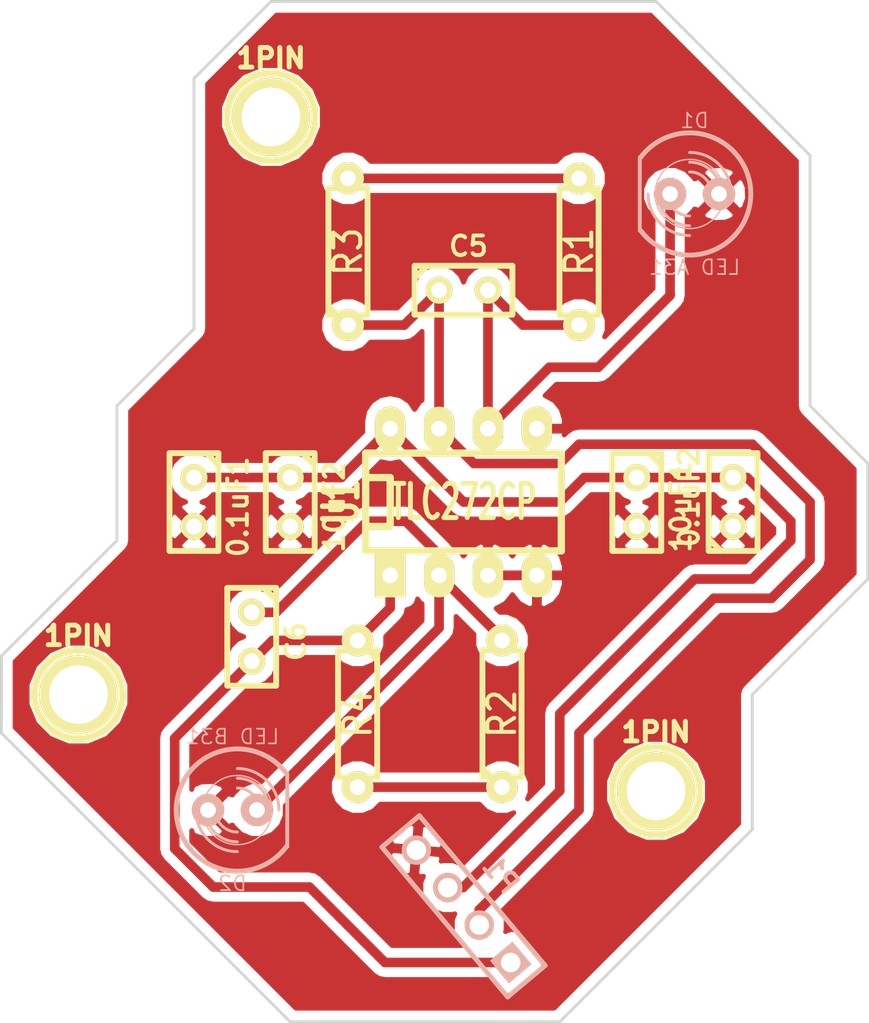
<source format=kicad_pcb>
(kicad_pcb (version 3) (host pcbnew "(2013-07-07 BZR 4022)-stable")

  (general
    (links 28)
    (no_connects 0)
    (area 230.924999 73.924999 276.075001 127.075001)
    (thickness 1.6)
    (drawings 16)
    (tracks 61)
    (zones 0)
    (modules 17)
    (nets 9)
  )

  (page A3)
  (layers
    (15 F.Cu signal)
    (0 B.Cu signal)
    (16 B.Adhes user)
    (17 F.Adhes user)
    (18 B.Paste user)
    (19 F.Paste user)
    (20 B.SilkS user)
    (21 F.SilkS user)
    (22 B.Mask user)
    (23 F.Mask user)
    (24 Dwgs.User user)
    (25 Cmts.User user)
    (26 Eco1.User user)
    (27 Eco2.User user)
    (28 Edge.Cuts user)
  )

  (setup
    (last_trace_width 0.5)
    (trace_clearance 0.254)
    (zone_clearance 0.508)
    (zone_45_only no)
    (trace_min 0.254)
    (segment_width 0.2)
    (edge_width 0.15)
    (via_size 0.889)
    (via_drill 0.635)
    (via_min_size 0.889)
    (via_min_drill 0.508)
    (uvia_size 0.508)
    (uvia_drill 0.127)
    (uvias_allowed no)
    (uvia_min_size 0.508)
    (uvia_min_drill 0.127)
    (pcb_text_width 0.3)
    (pcb_text_size 1.5 1.5)
    (mod_edge_width 0.15)
    (mod_text_size 1.5 1.5)
    (mod_text_width 0.15)
    (pad_size 1.524 1.524)
    (pad_drill 0.762)
    (pad_to_mask_clearance 0.4064)
    (solder_mask_min_width 0.4064)
    (aux_axis_origin 0 0)
    (visible_elements 7FFFFFFF)
    (pcbplotparams
      (layerselection 271613953)
      (usegerberextensions true)
      (excludeedgelayer true)
      (linewidth 0.100000)
      (plotframeref false)
      (viasonmask false)
      (mode 1)
      (useauxorigin false)
      (hpglpennumber 1)
      (hpglpenspeed 20)
      (hpglpendiameter 15)
      (hpglpenoverlay 2)
      (psnegative false)
      (psa4output false)
      (plotreference true)
      (plotvalue true)
      (plotothertext true)
      (plotinvisibletext false)
      (padsonsilk false)
      (subtractmaskfromsilk false)
      (outputformat 1)
      (mirror false)
      (drillshape 0)
      (scaleselection 1)
      (outputdirectory "../../Users/Administrator/Desktop/Cristobal/Fotos Ft/Cad/sensor gerber/"))
  )

  (net 0 "")
  (net 1 +5V)
  (net 2 /2)
  (net 3 /6)
  (net 4 /A1)
  (net 5 /A2)
  (net 6 GND)
  (net 7 N-000004)
  (net 8 N-000005)

  (net_class Default "This is the default net class."
    (clearance 0.254)
    (trace_width 0.5)
    (via_dia 0.889)
    (via_drill 0.635)
    (uvia_dia 0.508)
    (uvia_drill 0.127)
    (add_net "")
    (add_net +5V)
    (add_net /2)
    (add_net /6)
    (add_net /A1)
    (add_net /A2)
    (add_net GND)
    (add_net N-000004)
    (add_net N-000005)
  )

  (module R3-LARGE_PADS (layer F.Cu) (tedit 52CD55FD) (tstamp 52CD5353)
    (at 257 111 90)
    (descr "Resitance 3 pas")
    (tags R)
    (path /52CC7C6E)
    (autoplace_cost180 10)
    (fp_text reference R2 (at 0 0 90) (layer F.SilkS)
      (effects (font (size 1.397 1.27) (thickness 0.2032)))
    )
    (fp_text value R (at 0 0 90) (layer F.SilkS) hide
      (effects (font (size 1.397 1.27) (thickness 0.2032)))
    )
    (fp_line (start -3.81 0) (end -3.302 0) (layer F.SilkS) (width 0.3048))
    (fp_line (start 3.81 0) (end 3.302 0) (layer F.SilkS) (width 0.3048))
    (fp_line (start 3.302 0) (end 3.302 -1.016) (layer F.SilkS) (width 0.3048))
    (fp_line (start 3.302 -1.016) (end -3.302 -1.016) (layer F.SilkS) (width 0.3048))
    (fp_line (start -3.302 -1.016) (end -3.302 1.016) (layer F.SilkS) (width 0.3048))
    (fp_line (start -3.302 1.016) (end 3.302 1.016) (layer F.SilkS) (width 0.3048))
    (fp_line (start 3.302 1.016) (end 3.302 0) (layer F.SilkS) (width 0.3048))
    (fp_line (start -3.302 -0.508) (end -2.794 -1.016) (layer F.SilkS) (width 0.3048))
    (pad 1 thru_hole circle (at -3.81 0 90) (size 1.651 1.651) (drill 0.8128)
      (layers *.Cu *.Mask F.SilkS)
      (net 7 N-000004)
    )
    (pad 2 thru_hole circle (at 3.81 0 90) (size 1.651 1.651) (drill 0.8128)
      (layers *.Cu *.Mask F.SilkS)
      (net 2 /2)
    )
    (model discret/resistor.wrl
      (at (xyz 0 0 0))
      (scale (xyz 0.3 0.3 0.3))
      (rotate (xyz 0 0 0))
    )
  )

  (module R3-LARGE_PADS (layer F.Cu) (tedit 52CD5F94) (tstamp 52CD802A)
    (at 261 87 270)
    (descr "Resitance 3 pas")
    (tags R)
    (path /52CC7CE5)
    (autoplace_cost180 10)
    (fp_text reference R1 (at 0 0 270) (layer F.SilkS)
      (effects (font (size 1.397 1.27) (thickness 0.2032)))
    )
    (fp_text value R (at 0 0 270) (layer F.SilkS) hide
      (effects (font (size 1.397 1.27) (thickness 0.2032)))
    )
    (fp_line (start -3.81 0) (end -3.302 0) (layer F.SilkS) (width 0.3048))
    (fp_line (start 3.81 0) (end 3.302 0) (layer F.SilkS) (width 0.3048))
    (fp_line (start 3.302 0) (end 3.302 -1.016) (layer F.SilkS) (width 0.3048))
    (fp_line (start 3.302 -1.016) (end -3.302 -1.016) (layer F.SilkS) (width 0.3048))
    (fp_line (start -3.302 -1.016) (end -3.302 1.016) (layer F.SilkS) (width 0.3048))
    (fp_line (start -3.302 1.016) (end 3.302 1.016) (layer F.SilkS) (width 0.3048))
    (fp_line (start 3.302 1.016) (end 3.302 0) (layer F.SilkS) (width 0.3048))
    (fp_line (start -3.302 -0.508) (end -2.794 -1.016) (layer F.SilkS) (width 0.3048))
    (pad 1 thru_hole circle (at -3.81 0 270) (size 1.651 1.651) (drill 0.8128)
      (layers *.Cu *.Mask F.SilkS)
      (net 8 N-000005)
    )
    (pad 2 thru_hole circle (at 3.81 0 270) (size 1.651 1.651) (drill 0.8128)
      (layers *.Cu *.Mask F.SilkS)
      (net 3 /6)
    )
    (model discret/resistor.wrl
      (at (xyz 0 0 0))
      (scale (xyz 0.3 0.3 0.3))
      (rotate (xyz 0 0 0))
    )
  )

  (module R3-LARGE_PADS (layer F.Cu) (tedit 52CD5D0D) (tstamp 52CD8039)
    (at 249 87 90)
    (descr "Resitance 3 pas")
    (tags R)
    (path /52CC863A)
    (autoplace_cost180 10)
    (fp_text reference R3 (at 0 0 90) (layer F.SilkS)
      (effects (font (size 1.397 1.27) (thickness 0.2032)))
    )
    (fp_text value R (at 0 0 90) (layer F.SilkS) hide
      (effects (font (size 1.397 1.27) (thickness 0.2032)))
    )
    (fp_line (start -3.81 0) (end -3.302 0) (layer F.SilkS) (width 0.3048))
    (fp_line (start 3.81 0) (end 3.302 0) (layer F.SilkS) (width 0.3048))
    (fp_line (start 3.302 0) (end 3.302 -1.016) (layer F.SilkS) (width 0.3048))
    (fp_line (start 3.302 -1.016) (end -3.302 -1.016) (layer F.SilkS) (width 0.3048))
    (fp_line (start -3.302 -1.016) (end -3.302 1.016) (layer F.SilkS) (width 0.3048))
    (fp_line (start -3.302 1.016) (end 3.302 1.016) (layer F.SilkS) (width 0.3048))
    (fp_line (start 3.302 1.016) (end 3.302 0) (layer F.SilkS) (width 0.3048))
    (fp_line (start -3.302 -0.508) (end -2.794 -1.016) (layer F.SilkS) (width 0.3048))
    (pad 1 thru_hole circle (at -3.81 0 90) (size 1.651 1.651) (drill 0.8128)
      (layers *.Cu *.Mask F.SilkS)
      (net 5 /A2)
    )
    (pad 2 thru_hole circle (at 3.81 0 90) (size 1.651 1.651) (drill 0.8128)
      (layers *.Cu *.Mask F.SilkS)
      (net 8 N-000005)
    )
    (model discret/resistor.wrl
      (at (xyz 0 0 0))
      (scale (xyz 0.3 0.3 0.3))
      (rotate (xyz 0 0 0))
    )
  )

  (module R3-LARGE_PADS (layer F.Cu) (tedit 52CD5FC4) (tstamp 52CD537D)
    (at 249.5 111 270)
    (descr "Resitance 3 pas")
    (tags R)
    (path /52CC8665)
    (autoplace_cost180 10)
    (fp_text reference R4 (at 0 0 270) (layer F.SilkS)
      (effects (font (size 1.397 1.27) (thickness 0.2032)))
    )
    (fp_text value R (at 0 0 270) (layer F.SilkS) hide
      (effects (font (size 1.397 1.27) (thickness 0.2032)))
    )
    (fp_line (start -3.81 0) (end -3.302 0) (layer F.SilkS) (width 0.3048))
    (fp_line (start 3.81 0) (end 3.302 0) (layer F.SilkS) (width 0.3048))
    (fp_line (start 3.302 0) (end 3.302 -1.016) (layer F.SilkS) (width 0.3048))
    (fp_line (start 3.302 -1.016) (end -3.302 -1.016) (layer F.SilkS) (width 0.3048))
    (fp_line (start -3.302 -1.016) (end -3.302 1.016) (layer F.SilkS) (width 0.3048))
    (fp_line (start -3.302 1.016) (end 3.302 1.016) (layer F.SilkS) (width 0.3048))
    (fp_line (start 3.302 1.016) (end 3.302 0) (layer F.SilkS) (width 0.3048))
    (fp_line (start -3.302 -0.508) (end -2.794 -1.016) (layer F.SilkS) (width 0.3048))
    (pad 1 thru_hole circle (at -3.81 0 270) (size 1.651 1.651) (drill 0.8128)
      (layers *.Cu *.Mask F.SilkS)
      (net 4 /A1)
    )
    (pad 2 thru_hole circle (at 3.81 0 270) (size 1.651 1.651) (drill 0.8128)
      (layers *.Cu *.Mask F.SilkS)
      (net 7 N-000004)
    )
    (model discret/resistor.wrl
      (at (xyz 0 0 0))
      (scale (xyz 0.3 0.3 0.3))
      (rotate (xyz 0 0 0))
    )
  )

  (module PIN_ARRAY_4x1 (layer B.Cu) (tedit 4C10F42E) (tstamp 52CD76DB)
    (at 255 121 130)
    (descr "Double rangee de contacts 2 x 5 pins")
    (tags CONN)
    (path /52CC818D)
    (fp_text reference P1 (at 0 2.54 130) (layer B.SilkS)
      (effects (font (size 1.016 1.016) (thickness 0.2032)) (justify mirror))
    )
    (fp_text value CONN_4 (at 0 -2.54 130) (layer B.SilkS) hide
      (effects (font (size 1.016 1.016) (thickness 0.2032)) (justify mirror))
    )
    (fp_line (start 5.08 -1.27) (end -5.08 -1.27) (layer B.SilkS) (width 0.254))
    (fp_line (start 5.08 1.27) (end -5.08 1.27) (layer B.SilkS) (width 0.254))
    (fp_line (start -5.08 1.27) (end -5.08 -1.27) (layer B.SilkS) (width 0.254))
    (fp_line (start 5.08 -1.27) (end 5.08 1.27) (layer B.SilkS) (width 0.254))
    (pad 1 thru_hole rect (at -3.81 0 130) (size 1.524 1.524) (drill 1.016)
      (layers *.Cu *.Mask B.SilkS)
      (net 4 /A1)
    )
    (pad 2 thru_hole circle (at -1.27 0 130) (size 1.524 1.524) (drill 1.016)
      (layers *.Cu *.Mask B.SilkS)
      (net 5 /A2)
    )
    (pad 3 thru_hole circle (at 1.27 0 130) (size 1.524 1.524) (drill 1.016)
      (layers *.Cu *.Mask B.SilkS)
      (net 1 +5V)
    )
    (pad 4 thru_hole circle (at 3.81 0 130) (size 1.524 1.524) (drill 1.016)
      (layers *.Cu *.Mask B.SilkS)
      (net 6 GND)
    )
    (model pin_array\pins_array_4x1.wrl
      (at (xyz 0 0 0))
      (scale (xyz 1 1 1))
      (rotate (xyz 0 0 0))
    )
  )

  (module LED-5MM (layer B.Cu) (tedit 50ADE86B) (tstamp 52CD5398)
    (at 267 84 180)
    (descr "LED 5mm - Lead pitch 100mil (2,54mm)")
    (tags "LED led 5mm 5MM 100mil 2,54mm")
    (path /52CC7B96)
    (fp_text reference D1 (at 0 3.81 180) (layer B.SilkS)
      (effects (font (size 0.762 0.762) (thickness 0.0889)) (justify mirror))
    )
    (fp_text value "LED A31" (at 0 -3.81 180) (layer B.SilkS)
      (effects (font (size 0.762 0.762) (thickness 0.0889)) (justify mirror))
    )
    (fp_line (start 2.8448 -1.905) (end 2.8448 1.905) (layer B.SilkS) (width 0.2032))
    (fp_circle (center 0.254 0) (end -1.016 -1.27) (layer B.SilkS) (width 0.0762))
    (fp_arc (start 0.254 0) (end 2.794 -1.905) (angle -286.2) (layer B.SilkS) (width 0.254))
    (fp_arc (start 0.254 0) (end -0.889 0) (angle -90) (layer B.SilkS) (width 0.1524))
    (fp_arc (start 0.254 0) (end 1.397 0) (angle -90) (layer B.SilkS) (width 0.1524))
    (fp_arc (start 0.254 0) (end -1.397 0) (angle -90) (layer B.SilkS) (width 0.1524))
    (fp_arc (start 0.254 0) (end 1.905 0) (angle -90) (layer B.SilkS) (width 0.1524))
    (fp_arc (start 0.254 0) (end -1.905 0) (angle -90) (layer B.SilkS) (width 0.1524))
    (fp_arc (start 0.254 0) (end 2.413 0) (angle -90) (layer B.SilkS) (width 0.1524))
    (pad 1 thru_hole circle (at -1.27 0 180) (size 1.6764 1.6764) (drill 0.8128)
      (layers *.Cu *.Mask B.SilkS)
      (net 6 GND)
    )
    (pad 2 thru_hole circle (at 1.27 0 180) (size 1.6764 1.6764) (drill 0.8128)
      (layers *.Cu *.Mask B.SilkS)
      (net 3 /6)
    )
    (model discret/leds/led5_vertical_verde.wrl
      (at (xyz 0 0 0))
      (scale (xyz 1 1 1))
      (rotate (xyz 0 0 0))
    )
  )

  (module LED-5MM (layer B.Cu) (tedit 50ADE86B) (tstamp 52CD53A7)
    (at 243 116)
    (descr "LED 5mm - Lead pitch 100mil (2,54mm)")
    (tags "LED led 5mm 5MM 100mil 2,54mm")
    (path /52CC7BA3)
    (fp_text reference D2 (at 0 3.81) (layer B.SilkS)
      (effects (font (size 0.762 0.762) (thickness 0.0889)) (justify mirror))
    )
    (fp_text value "LED B31" (at 0 -3.81) (layer B.SilkS)
      (effects (font (size 0.762 0.762) (thickness 0.0889)) (justify mirror))
    )
    (fp_line (start 2.8448 -1.905) (end 2.8448 1.905) (layer B.SilkS) (width 0.2032))
    (fp_circle (center 0.254 0) (end -1.016 -1.27) (layer B.SilkS) (width 0.0762))
    (fp_arc (start 0.254 0) (end 2.794 -1.905) (angle -286.2) (layer B.SilkS) (width 0.254))
    (fp_arc (start 0.254 0) (end -0.889 0) (angle -90) (layer B.SilkS) (width 0.1524))
    (fp_arc (start 0.254 0) (end 1.397 0) (angle -90) (layer B.SilkS) (width 0.1524))
    (fp_arc (start 0.254 0) (end -1.397 0) (angle -90) (layer B.SilkS) (width 0.1524))
    (fp_arc (start 0.254 0) (end 1.905 0) (angle -90) (layer B.SilkS) (width 0.1524))
    (fp_arc (start 0.254 0) (end -1.905 0) (angle -90) (layer B.SilkS) (width 0.1524))
    (fp_arc (start 0.254 0) (end 2.413 0) (angle -90) (layer B.SilkS) (width 0.1524))
    (pad 1 thru_hole circle (at -1.27 0) (size 1.6764 1.6764) (drill 0.8128)
      (layers *.Cu *.Mask B.SilkS)
      (net 6 GND)
    )
    (pad 2 thru_hole circle (at 1.27 0) (size 1.6764 1.6764) (drill 0.8128)
      (layers *.Cu *.Mask B.SilkS)
      (net 2 /2)
    )
    (model discret/leds/led5_vertical_verde.wrl
      (at (xyz 0 0 0))
      (scale (xyz 1 1 1))
      (rotate (xyz 0 0 0))
    )
  )

  (module DIP-8__300_ELL (layer F.Cu) (tedit 200000) (tstamp 52CD53BA)
    (at 255 100)
    (descr "8 pins DIL package, elliptical pads")
    (tags DIL)
    (path /52CC7B30)
    (fp_text reference U1 (at -6.35 0 90) (layer F.SilkS)
      (effects (font (size 1.778 1.143) (thickness 0.3048)))
    )
    (fp_text value TLC272CP (at 0 0) (layer F.SilkS)
      (effects (font (size 1.778 1.016) (thickness 0.3048)))
    )
    (fp_line (start -5.08 -1.27) (end -3.81 -1.27) (layer F.SilkS) (width 0.381))
    (fp_line (start -3.81 -1.27) (end -3.81 1.27) (layer F.SilkS) (width 0.381))
    (fp_line (start -3.81 1.27) (end -5.08 1.27) (layer F.SilkS) (width 0.381))
    (fp_line (start -5.08 -2.54) (end 5.08 -2.54) (layer F.SilkS) (width 0.381))
    (fp_line (start 5.08 -2.54) (end 5.08 2.54) (layer F.SilkS) (width 0.381))
    (fp_line (start 5.08 2.54) (end -5.08 2.54) (layer F.SilkS) (width 0.381))
    (fp_line (start -5.08 2.54) (end -5.08 -2.54) (layer F.SilkS) (width 0.381))
    (pad 1 thru_hole rect (at -3.81 3.81) (size 1.5748 2.286) (drill 0.8128)
      (layers *.Cu *.Mask F.SilkS)
      (net 4 /A1)
    )
    (pad 2 thru_hole oval (at -1.27 3.81) (size 1.5748 2.286) (drill 0.8128)
      (layers *.Cu *.Mask F.SilkS)
      (net 2 /2)
    )
    (pad 3 thru_hole oval (at 1.27 3.81) (size 1.5748 2.286) (drill 0.8128)
      (layers *.Cu *.Mask F.SilkS)
      (net 6 GND)
    )
    (pad 4 thru_hole oval (at 3.81 3.81) (size 1.5748 2.286) (drill 0.8128)
      (layers *.Cu *.Mask F.SilkS)
      (net 6 GND)
    )
    (pad 5 thru_hole oval (at 3.81 -3.81) (size 1.5748 2.286) (drill 0.8128)
      (layers *.Cu *.Mask F.SilkS)
      (net 6 GND)
    )
    (pad 6 thru_hole oval (at 1.27 -3.81) (size 1.5748 2.286) (drill 0.8128)
      (layers *.Cu *.Mask F.SilkS)
      (net 3 /6)
    )
    (pad 7 thru_hole oval (at -1.27 -3.81) (size 1.5748 2.286) (drill 0.8128)
      (layers *.Cu *.Mask F.SilkS)
      (net 5 /A2)
    )
    (pad 8 thru_hole oval (at -3.81 -3.81) (size 1.5748 2.286) (drill 0.8128)
      (layers *.Cu *.Mask F.SilkS)
      (net 1 +5V)
    )
    (model dil/dil_8.wrl
      (at (xyz 0 0 0))
      (scale (xyz 1 1 1))
      (rotate (xyz 0 0 0))
    )
  )

  (module C1 (layer F.Cu) (tedit 3F92C496) (tstamp 52CD81AE)
    (at 241 100 270)
    (descr "Condensateur e = 1 pas")
    (tags C)
    (path /52CC7B60)
    (fp_text reference 0.1uF1 (at 0.254 -2.286 270) (layer F.SilkS)
      (effects (font (size 1.016 1.016) (thickness 0.2032)))
    )
    (fp_text value C1 (at 0 -2.286 270) (layer F.SilkS) hide
      (effects (font (size 1.016 1.016) (thickness 0.2032)))
    )
    (fp_line (start -2.4892 -1.27) (end 2.54 -1.27) (layer F.SilkS) (width 0.3048))
    (fp_line (start 2.54 -1.27) (end 2.54 1.27) (layer F.SilkS) (width 0.3048))
    (fp_line (start 2.54 1.27) (end -2.54 1.27) (layer F.SilkS) (width 0.3048))
    (fp_line (start -2.54 1.27) (end -2.54 -1.27) (layer F.SilkS) (width 0.3048))
    (fp_line (start -2.54 -0.635) (end -1.905 -1.27) (layer F.SilkS) (width 0.3048))
    (pad 1 thru_hole circle (at -1.27 0 270) (size 1.397 1.397) (drill 0.8128)
      (layers *.Cu *.Mask F.SilkS)
      (net 1 +5V)
    )
    (pad 2 thru_hole circle (at 1.27 0 270) (size 1.397 1.397) (drill 0.8128)
      (layers *.Cu *.Mask F.SilkS)
      (net 6 GND)
    )
    (model discret/capa_1_pas.wrl
      (at (xyz 0 0 0))
      (scale (xyz 1 1 1))
      (rotate (xyz 0 0 0))
    )
  )

  (module C1 (layer F.Cu) (tedit 3F92C496) (tstamp 52CD53D0)
    (at 269 100 90)
    (descr "Condensateur e = 1 pas")
    (tags C)
    (path /52CC7B6D)
    (fp_text reference 0.1uF2 (at 0.254 -2.286 90) (layer F.SilkS)
      (effects (font (size 1.016 1.016) (thickness 0.2032)))
    )
    (fp_text value C2 (at 0 -2.286 90) (layer F.SilkS) hide
      (effects (font (size 1.016 1.016) (thickness 0.2032)))
    )
    (fp_line (start -2.4892 -1.27) (end 2.54 -1.27) (layer F.SilkS) (width 0.3048))
    (fp_line (start 2.54 -1.27) (end 2.54 1.27) (layer F.SilkS) (width 0.3048))
    (fp_line (start 2.54 1.27) (end -2.54 1.27) (layer F.SilkS) (width 0.3048))
    (fp_line (start -2.54 1.27) (end -2.54 -1.27) (layer F.SilkS) (width 0.3048))
    (fp_line (start -2.54 -0.635) (end -1.905 -1.27) (layer F.SilkS) (width 0.3048))
    (pad 1 thru_hole circle (at -1.27 0 90) (size 1.397 1.397) (drill 0.8128)
      (layers *.Cu *.Mask F.SilkS)
      (net 6 GND)
    )
    (pad 2 thru_hole circle (at 1.27 0 90) (size 1.397 1.397) (drill 0.8128)
      (layers *.Cu *.Mask F.SilkS)
      (net 1 +5V)
    )
    (model discret/capa_1_pas.wrl
      (at (xyz 0 0 0))
      (scale (xyz 1 1 1))
      (rotate (xyz 0 0 0))
    )
  )

  (module C1 (layer F.Cu) (tedit 3F92C496) (tstamp 52CD53DB)
    (at 244 107 270)
    (descr "Condensateur e = 1 pas")
    (tags C)
    (path /52CC7B73)
    (fp_text reference C6 (at 0.254 -2.286 270) (layer F.SilkS)
      (effects (font (size 1.016 1.016) (thickness 0.2032)))
    )
    (fp_text value 0.1uF (at 0 -2.286 270) (layer F.SilkS) hide
      (effects (font (size 1.016 1.016) (thickness 0.2032)))
    )
    (fp_line (start -2.4892 -1.27) (end 2.54 -1.27) (layer F.SilkS) (width 0.3048))
    (fp_line (start 2.54 -1.27) (end 2.54 1.27) (layer F.SilkS) (width 0.3048))
    (fp_line (start 2.54 1.27) (end -2.54 1.27) (layer F.SilkS) (width 0.3048))
    (fp_line (start -2.54 1.27) (end -2.54 -1.27) (layer F.SilkS) (width 0.3048))
    (fp_line (start -2.54 -0.635) (end -1.905 -1.27) (layer F.SilkS) (width 0.3048))
    (pad 1 thru_hole circle (at -1.27 0 270) (size 1.397 1.397) (drill 0.8128)
      (layers *.Cu *.Mask F.SilkS)
      (net 2 /2)
    )
    (pad 2 thru_hole circle (at 1.27 0 270) (size 1.397 1.397) (drill 0.8128)
      (layers *.Cu *.Mask F.SilkS)
      (net 4 /A1)
    )
    (model discret/capa_1_pas.wrl
      (at (xyz 0 0 0))
      (scale (xyz 1 1 1))
      (rotate (xyz 0 0 0))
    )
  )

  (module C1 (layer F.Cu) (tedit 3F92C496) (tstamp 52CD801B)
    (at 255 89)
    (descr "Condensateur e = 1 pas")
    (tags C)
    (path /52CC7B79)
    (fp_text reference C5 (at 0.254 -2.286) (layer F.SilkS)
      (effects (font (size 1.016 1.016) (thickness 0.2032)))
    )
    (fp_text value 0.1uF (at 0 -2.286) (layer F.SilkS) hide
      (effects (font (size 1.016 1.016) (thickness 0.2032)))
    )
    (fp_line (start -2.4892 -1.27) (end 2.54 -1.27) (layer F.SilkS) (width 0.3048))
    (fp_line (start 2.54 -1.27) (end 2.54 1.27) (layer F.SilkS) (width 0.3048))
    (fp_line (start 2.54 1.27) (end -2.54 1.27) (layer F.SilkS) (width 0.3048))
    (fp_line (start -2.54 1.27) (end -2.54 -1.27) (layer F.SilkS) (width 0.3048))
    (fp_line (start -2.54 -0.635) (end -1.905 -1.27) (layer F.SilkS) (width 0.3048))
    (pad 1 thru_hole circle (at -1.27 0) (size 1.397 1.397) (drill 0.8128)
      (layers *.Cu *.Mask F.SilkS)
      (net 5 /A2)
    )
    (pad 2 thru_hole circle (at 1.27 0) (size 1.397 1.397) (drill 0.8128)
      (layers *.Cu *.Mask F.SilkS)
      (net 3 /6)
    )
    (model discret/capa_1_pas.wrl
      (at (xyz 0 0 0))
      (scale (xyz 1 1 1))
      (rotate (xyz 0 0 0))
    )
  )

  (module C1 (layer F.Cu) (tedit 3F92C496) (tstamp 52CD81A2)
    (at 246 100 270)
    (descr "Condensateur e = 1 pas")
    (tags C)
    (path /52CC7B81)
    (fp_text reference 10uF2 (at 0.254 -2.286 270) (layer F.SilkS)
      (effects (font (size 1.016 1.016) (thickness 0.2032)))
    )
    (fp_text value CP1 (at 0 -2.286 270) (layer F.SilkS) hide
      (effects (font (size 1.016 1.016) (thickness 0.2032)))
    )
    (fp_line (start -2.4892 -1.27) (end 2.54 -1.27) (layer F.SilkS) (width 0.3048))
    (fp_line (start 2.54 -1.27) (end 2.54 1.27) (layer F.SilkS) (width 0.3048))
    (fp_line (start 2.54 1.27) (end -2.54 1.27) (layer F.SilkS) (width 0.3048))
    (fp_line (start -2.54 1.27) (end -2.54 -1.27) (layer F.SilkS) (width 0.3048))
    (fp_line (start -2.54 -0.635) (end -1.905 -1.27) (layer F.SilkS) (width 0.3048))
    (pad 1 thru_hole circle (at -1.27 0 270) (size 1.397 1.397) (drill 0.8128)
      (layers *.Cu *.Mask F.SilkS)
      (net 1 +5V)
    )
    (pad 2 thru_hole circle (at 1.27 0 270) (size 1.397 1.397) (drill 0.8128)
      (layers *.Cu *.Mask F.SilkS)
      (net 6 GND)
    )
    (model discret/capa_1_pas.wrl
      (at (xyz 0 0 0))
      (scale (xyz 1 1 1))
      (rotate (xyz 0 0 0))
    )
  )

  (module C1 (layer F.Cu) (tedit 3F92C496) (tstamp 52CD53FC)
    (at 264 100 270)
    (descr "Condensateur e = 1 pas")
    (tags C)
    (path /52CC7B8E)
    (fp_text reference 10uF1 (at 0.254 -2.286 270) (layer F.SilkS)
      (effects (font (size 1.016 1.016) (thickness 0.2032)))
    )
    (fp_text value CP2 (at 0 -2.286 270) (layer F.SilkS) hide
      (effects (font (size 1.016 1.016) (thickness 0.2032)))
    )
    (fp_line (start -2.4892 -1.27) (end 2.54 -1.27) (layer F.SilkS) (width 0.3048))
    (fp_line (start 2.54 -1.27) (end 2.54 1.27) (layer F.SilkS) (width 0.3048))
    (fp_line (start 2.54 1.27) (end -2.54 1.27) (layer F.SilkS) (width 0.3048))
    (fp_line (start -2.54 1.27) (end -2.54 -1.27) (layer F.SilkS) (width 0.3048))
    (fp_line (start -2.54 -0.635) (end -1.905 -1.27) (layer F.SilkS) (width 0.3048))
    (pad 1 thru_hole circle (at -1.27 0 270) (size 1.397 1.397) (drill 0.8128)
      (layers *.Cu *.Mask F.SilkS)
      (net 1 +5V)
    )
    (pad 2 thru_hole circle (at 1.27 0 270) (size 1.397 1.397) (drill 0.8128)
      (layers *.Cu *.Mask F.SilkS)
      (net 6 GND)
    )
    (model discret/capa_1_pas.wrl
      (at (xyz 0 0 0))
      (scale (xyz 1 1 1))
      (rotate (xyz 0 0 0))
    )
  )

  (module 1pin (layer F.Cu) (tedit 200000) (tstamp 52CF14D1)
    (at 245 80)
    (descr "module 1 pin (ou trou mecanique de percage)")
    (tags DEV)
    (path 1pin)
    (fp_text reference 1PIN (at 0 -3.048) (layer F.SilkS)
      (effects (font (size 1.016 1.016) (thickness 0.254)))
    )
    (fp_text value P*** (at 0 2.794) (layer F.SilkS) hide
      (effects (font (size 1.016 1.016) (thickness 0.254)))
    )
    (fp_circle (center 0 0) (end 0 -2.286) (layer F.SilkS) (width 0.381))
    (pad 1 thru_hole circle (at 0 0) (size 4.064 4.064) (drill 3.048)
      (layers *.Cu *.Mask F.SilkS)
    )
  )

  (module 1pin (layer F.Cu) (tedit 200000) (tstamp 52CF14ED)
    (at 235 110)
    (descr "module 1 pin (ou trou mecanique de percage)")
    (tags DEV)
    (path 1pin)
    (fp_text reference 1PIN (at 0 -3.048) (layer F.SilkS)
      (effects (font (size 1.016 1.016) (thickness 0.254)))
    )
    (fp_text value P*** (at 0 2.794) (layer F.SilkS) hide
      (effects (font (size 1.016 1.016) (thickness 0.254)))
    )
    (fp_circle (center 0 0) (end 0 -2.286) (layer F.SilkS) (width 0.381))
    (pad 1 thru_hole circle (at 0 0) (size 4.064 4.064) (drill 3.048)
      (layers *.Cu *.Mask F.SilkS)
    )
  )

  (module 1pin (layer F.Cu) (tedit 200000) (tstamp 52CF152F)
    (at 265 115)
    (descr "module 1 pin (ou trou mecanique de percage)")
    (tags DEV)
    (path 1pin)
    (fp_text reference 1PIN (at 0 -3.048) (layer F.SilkS)
      (effects (font (size 1.016 1.016) (thickness 0.254)))
    )
    (fp_text value P*** (at 0 2.794) (layer F.SilkS) hide
      (effects (font (size 1.016 1.016) (thickness 0.254)))
    )
    (fp_circle (center 0 0) (end 0 -2.286) (layer F.SilkS) (width 0.381))
    (pad 1 thru_hole circle (at 0 0) (size 4.064 4.064) (drill 3.048)
      (layers *.Cu *.Mask F.SilkS)
    )
  )

  (gr_line (start 246 127) (end 231 112) (angle 90) (layer Edge.Cuts) (width 0.15))
  (gr_line (start 260 127) (end 246 127) (angle 90) (layer Edge.Cuts) (width 0.15))
  (gr_line (start 270 117) (end 260 127) (angle 90) (layer Edge.Cuts) (width 0.15))
  (gr_line (start 270 110) (end 270 117) (angle 90) (layer Edge.Cuts) (width 0.15))
  (gr_line (start 276 104) (end 270 110) (angle 90) (layer Edge.Cuts) (width 0.15))
  (gr_line (start 276 98) (end 276 104) (angle 90) (layer Edge.Cuts) (width 0.15))
  (gr_line (start 273 95) (end 276 98) (angle 90) (layer Edge.Cuts) (width 0.15))
  (gr_line (start 273 82) (end 273 95) (angle 90) (layer Edge.Cuts) (width 0.15))
  (gr_line (start 265 74) (end 273 82) (angle 90) (layer Edge.Cuts) (width 0.15))
  (gr_line (start 245 74) (end 265 74) (angle 90) (layer Edge.Cuts) (width 0.15))
  (gr_line (start 241 78) (end 245 74) (angle 90) (layer Edge.Cuts) (width 0.15))
  (gr_line (start 241 91) (end 241 78) (angle 90) (layer Edge.Cuts) (width 0.15))
  (gr_line (start 237 95) (end 241 91) (angle 90) (layer Edge.Cuts) (width 0.15))
  (gr_line (start 237 102) (end 237 95) (angle 90) (layer Edge.Cuts) (width 0.15))
  (gr_line (start 231 108) (end 237 102) (angle 90) (layer Edge.Cuts) (width 0.15))
  (gr_line (start 231 112) (end 231 108) (angle 90) (layer Edge.Cuts) (width 0.15))

  (segment (start 269 98.73) (end 269.73 98.73) (width 0.5) (layer F.Cu) (net 1))
  (segment (start 254.972876 120.027124) (end 260 115) (width 0.5) (layer F.Cu) (net 1) (tstamp 52CD829C))
  (segment (start 260 115) (end 260 111) (width 0.5) (layer F.Cu) (net 1) (tstamp 52CD82A0))
  (segment (start 260 111) (end 267 104) (width 0.5) (layer F.Cu) (net 1) (tstamp 52CD82A4))
  (segment (start 267 104) (end 270 104) (width 0.5) (layer F.Cu) (net 1) (tstamp 52CD82A6))
  (segment (start 270 104) (end 272 102) (width 0.5) (layer F.Cu) (net 1) (tstamp 52CD82A8))
  (segment (start 272 102) (end 272 101) (width 0.5) (layer F.Cu) (net 1) (tstamp 52CD82AA))
  (segment (start 272 101) (end 270 99) (width 0.5) (layer F.Cu) (net 1) (tstamp 52CD82AC))
  (segment (start 254.972876 120.027124) (end 254.18366 120.027124) (width 0.5) (layer F.Cu) (net 1))
  (segment (start 269.73 98.73) (end 270 99) (width 0.5) (layer F.Cu) (net 1) (tstamp 52CD82B2))
  (segment (start 241 98.73) (end 246 98.73) (width 0.5) (layer F.Cu) (net 1))
  (segment (start 248.65 98.73) (end 251.19 96.19) (width 0.5) (layer F.Cu) (net 1) (tstamp 52CD7DB8))
  (segment (start 246 98.73) (end 248.65 98.73) (width 0.5) (layer F.Cu) (net 1))
  (segment (start 264 98.73) (end 261.27 98.73) (width 0.5) (layer F.Cu) (net 1))
  (segment (start 255 100) (end 251.19 96.19) (width 0.5) (layer F.Cu) (net 1) (tstamp 52CD7E87))
  (segment (start 260 100) (end 255 100) (width 0.5) (layer F.Cu) (net 1) (tstamp 52CD7E85))
  (segment (start 261.27 98.73) (end 260 100) (width 0.5) (layer F.Cu) (net 1) (tstamp 52CD7E82))
  (segment (start 269 98.73) (end 264 98.73) (width 0.5) (layer F.Cu) (net 1))
  (segment (start 244 105.73) (end 245.27 105.73) (width 0.5) (layer F.Cu) (net 2))
  (segment (start 245.27 105.73) (end 250 101) (width 0.5) (layer F.Cu) (net 2) (tstamp 52CD7D97))
  (segment (start 250 101) (end 252 101) (width 0.5) (layer F.Cu) (net 2) (tstamp 52CD7D9A))
  (segment (start 252 101) (end 253.73 102.73) (width 0.5) (layer F.Cu) (net 2) (tstamp 52CD7D9D))
  (segment (start 253.73 102.73) (end 253.73 103.81) (width 0.5) (layer F.Cu) (net 2) (tstamp 52CD7D9F))
  (segment (start 257 107.19) (end 257 107.08) (width 0.5) (layer F.Cu) (net 2))
  (segment (start 257 107.08) (end 253.73 103.81) (width 0.5) (layer F.Cu) (net 2) (tstamp 52CD7F02))
  (segment (start 253.73 103.81) (end 253.73 106.54) (width 0.5) (layer F.Cu) (net 2))
  (segment (start 253.73 106.54) (end 244.27 116) (width 0.5) (layer F.Cu) (net 2) (tstamp 52CD7D2D))
  (segment (start 265.73 84) (end 265.73 89.27) (width 0.5) (layer F.Cu) (net 3))
  (segment (start 259.46 93) (end 256.27 96.19) (width 0.5) (layer F.Cu) (net 3) (tstamp 52CDAFFE))
  (segment (start 262 93) (end 259.46 93) (width 0.5) (layer F.Cu) (net 3) (tstamp 52CDAFFA))
  (segment (start 265.73 89.27) (end 262 93) (width 0.5) (layer F.Cu) (net 3) (tstamp 52CDAFF5))
  (segment (start 256.27 89) (end 256.27 96.19) (width 0.5) (layer F.Cu) (net 3))
  (segment (start 261 90.81) (end 258.08 90.81) (width 0.5) (layer F.Cu) (net 3))
  (segment (start 258.08 90.81) (end 256.27 89) (width 0.5) (layer F.Cu) (net 3) (tstamp 52CF1585))
  (segment (start 257.449021 123.918629) (end 250.918629 123.918629) (width 0.5) (layer F.Cu) (net 4))
  (segment (start 240 112.27) (end 244 108.27) (width 0.5) (layer F.Cu) (net 4) (tstamp 52CD8330))
  (segment (start 240 118) (end 240 112.27) (width 0.5) (layer F.Cu) (net 4) (tstamp 52CD832E))
  (segment (start 242 120) (end 240 118) (width 0.5) (layer F.Cu) (net 4) (tstamp 52CD832C))
  (segment (start 247 120) (end 242 120) (width 0.5) (layer F.Cu) (net 4) (tstamp 52CD832A))
  (segment (start 250.918629 123.918629) (end 247 120) (width 0.5) (layer F.Cu) (net 4) (tstamp 52CD82DE))
  (segment (start 249.5 107.19) (end 245.08 107.19) (width 0.5) (layer F.Cu) (net 4))
  (segment (start 245.08 107.19) (end 244 108.27) (width 0.5) (layer F.Cu) (net 4) (tstamp 52CD7F6B))
  (segment (start 251.19 103.81) (end 251.19 105.5) (width 0.5) (layer F.Cu) (net 4))
  (segment (start 251.19 105.5) (end 249.5 107.19) (width 0.5) (layer F.Cu) (net 4) (tstamp 52CD7CFE))
  (segment (start 253.73 89) (end 253.73 96.19) (width 0.5) (layer F.Cu) (net 5))
  (segment (start 249 90.81) (end 251.92 90.81) (width 0.5) (layer F.Cu) (net 5))
  (segment (start 251.92 90.81) (end 253.73 89) (width 0.5) (layer F.Cu) (net 5) (tstamp 52CF158D))
  (segment (start 255.81634 121.972876) (end 255.81634 121.18366) (width 0.5) (layer F.Cu) (net 5))
  (segment (start 255.81634 121.18366) (end 261 116) (width 0.5) (layer F.Cu) (net 5) (tstamp 52CD82B7))
  (segment (start 261 116) (end 261 112) (width 0.5) (layer F.Cu) (net 5) (tstamp 52CD82C2))
  (segment (start 261 112) (end 268 105) (width 0.5) (layer F.Cu) (net 5) (tstamp 52CD82C4))
  (segment (start 268 105) (end 271 105) (width 0.5) (layer F.Cu) (net 5) (tstamp 52CD82C7))
  (segment (start 271 105) (end 273 103) (width 0.5) (layer F.Cu) (net 5) (tstamp 52CD82C8))
  (segment (start 273 103) (end 273 100) (width 0.5) (layer F.Cu) (net 5) (tstamp 52CD82C9))
  (segment (start 273 100) (end 270 97) (width 0.5) (layer F.Cu) (net 5) (tstamp 52CD82CF))
  (segment (start 270 97) (end 261 97) (width 0.5) (layer F.Cu) (net 5) (tstamp 52CD82D1))
  (segment (start 261 97) (end 260 98) (width 0.5) (layer F.Cu) (net 5) (tstamp 52CD82D3))
  (segment (start 260 98) (end 255.54 98) (width 0.5) (layer F.Cu) (net 5) (tstamp 52CD82D5))
  (segment (start 255.54 98) (end 253.73 96.19) (width 0.5) (layer F.Cu) (net 5) (tstamp 52CD82D7))
  (segment (start 249.5 114.81) (end 257 114.81) (width 0.5) (layer F.Cu) (net 7))
  (segment (start 261 83.19) (end 249 83.19) (width 0.5) (layer F.Cu) (net 8))

  (zone (net 6) (net_name GND) (layer F.Cu) (tstamp 52CDB01F) (hatch edge 0.508)
    (connect_pads (clearance 0.508))
    (min_thickness 0.254)
    (fill (arc_segments 16) (thermal_gap 0.508) (thermal_bridge_width 0.508))
    (polygon
      (pts
        (xy 231 112) (xy 231 108) (xy 237 102) (xy 237 95) (xy 241 91)
        (xy 241 78) (xy 245 74) (xy 265 74) (xy 273 82) (xy 273 95)
        (xy 276 98) (xy 276 104) (xy 270 110) (xy 270 117) (xy 260 127)
        (xy 246 127) (xy 231 112)
      )
    )
    (filled_polygon
      (pts
        (xy 275.29 103.705908) (xy 273.885001 105.110907) (xy 273.885001 103) (xy 273.885 102.999994) (xy 273.885 100)
        (xy 273.817633 99.661325) (xy 273.62579 99.37421) (xy 273.625786 99.374207) (xy 270.62579 96.37421) (xy 270.338675 96.182367)
        (xy 270.282484 96.171189) (xy 270 96.114999) (xy 269.999994 96.115) (xy 269.754976 96.115) (xy 269.754976 84.225903)
        (xy 269.728388 83.640432) (xy 269.55549 83.223018) (xy 269.305412 83.144193) (xy 269.125807 83.323798) (xy 269.125807 82.964588)
        (xy 269.046982 82.71451) (xy 268.495903 82.515024) (xy 267.910432 82.541612) (xy 267.493018 82.71451) (xy 267.414193 82.964588)
        (xy 268.27 83.820395) (xy 269.125807 82.964588) (xy 269.125807 83.323798) (xy 268.449605 84) (xy 269.305412 84.855807)
        (xy 269.55549 84.776982) (xy 269.754976 84.225903) (xy 269.754976 96.115) (xy 269.125807 96.115) (xy 269.125807 85.035412)
        (xy 268.27 84.179605) (xy 267.414193 85.035412) (xy 267.493018 85.28549) (xy 268.044097 85.484976) (xy 268.629568 85.458388)
        (xy 269.046982 85.28549) (xy 269.125807 85.035412) (xy 269.125807 96.115) (xy 261 96.115) (xy 260.661325 96.182367)
        (xy 260.37421 96.37421) (xy 260.374207 96.374213) (xy 260.2324 96.51602) (xy 260.2324 96.317) (xy 258.937 96.317)
        (xy 258.937 96.337) (xy 258.683 96.337) (xy 258.683 96.317) (xy 258.663 96.317) (xy 258.663 96.063)
        (xy 258.683 96.063) (xy 258.683 96.043) (xy 258.937 96.043) (xy 258.937 96.063) (xy 260.2324 96.063)
        (xy 260.2324 95.7074) (xy 260.075525 95.172738) (xy 259.725986 94.738809) (xy 259.238878 94.472701) (xy 259.826579 93.885)
        (xy 261.999994 93.885) (xy 262 93.885001) (xy 262 93.885) (xy 262.282484 93.82881) (xy 262.338674 93.817633)
        (xy 262.338675 93.817633) (xy 262.62579 93.62579) (xy 266.355786 89.895792) (xy 266.355789 89.89579) (xy 266.35579 89.89579)
        (xy 266.547633 89.608675) (xy 266.615 89.27) (xy 266.615 85.198145) (xy 266.978189 84.83559) (xy 267.00044 84.782003)
        (xy 267.234588 84.855807) (xy 268.090395 84) (xy 267.234588 83.144193) (xy 267.000835 83.217872) (xy 266.979646 83.16659)
        (xy 266.56559 82.751811) (xy 266.024323 82.527057) (xy 265.438248 82.526546) (xy 264.89659 82.750354) (xy 264.481811 83.16441)
        (xy 264.257057 83.705677) (xy 264.256546 84.291752) (xy 264.480354 84.83341) (xy 264.845 85.198692) (xy 264.845 88.90342)
        (xy 262.327891 91.420529) (xy 262.460245 91.101786) (xy 262.460752 90.520763) (xy 262.460752 82.900763) (xy 262.238873 82.363775)
        (xy 261.828386 81.952571) (xy 261.291786 81.729755) (xy 260.710763 81.729248) (xy 260.173775 81.951127) (xy 259.819283 82.305)
        (xy 250.1802 82.305) (xy 249.828386 81.952571) (xy 249.291786 81.729755) (xy 248.710763 81.729248) (xy 248.173775 81.951127)
        (xy 247.762571 82.361614) (xy 247.667461 82.590664) (xy 247.667461 79.471828) (xy 247.26229 78.49124) (xy 246.512706 77.740346)
        (xy 245.532826 77.333465) (xy 244.471828 77.332539) (xy 243.49124 77.73771) (xy 242.740346 78.487294) (xy 242.333465 79.467174)
        (xy 242.332539 80.528172) (xy 242.73771 81.50876) (xy 243.487294 82.259654) (xy 244.467174 82.666535) (xy 245.528172 82.667461)
        (xy 246.50876 82.26229) (xy 247.259654 81.512706) (xy 247.666535 80.532826) (xy 247.667461 79.471828) (xy 247.667461 82.590664)
        (xy 247.539755 82.898214) (xy 247.539248 83.479237) (xy 247.761127 84.016225) (xy 248.171614 84.427429) (xy 248.708214 84.650245)
        (xy 249.289237 84.650752) (xy 249.826225 84.428873) (xy 250.180716 84.075) (xy 259.819799 84.075) (xy 260.171614 84.427429)
        (xy 260.708214 84.650245) (xy 261.289237 84.650752) (xy 261.826225 84.428873) (xy 262.237429 84.018386) (xy 262.460245 83.481786)
        (xy 262.460752 82.900763) (xy 262.460752 90.520763) (xy 262.238873 89.983775) (xy 261.828386 89.572571) (xy 261.291786 89.349755)
        (xy 260.710763 89.349248) (xy 260.173775 89.571127) (xy 259.819283 89.925) (xy 258.446579 89.925) (xy 257.603428 89.081848)
        (xy 257.60373 88.735914) (xy 257.401145 88.24562) (xy 257.026353 87.870174) (xy 256.536413 87.666733) (xy 256.005914 87.66627)
        (xy 255.51562 87.868855) (xy 255.140174 88.243647) (xy 254.999906 88.581448) (xy 254.861145 88.24562) (xy 254.486353 87.870174)
        (xy 253.996413 87.666733) (xy 253.465914 87.66627) (xy 252.97562 87.868855) (xy 252.600174 88.243647) (xy 252.396733 88.733587)
        (xy 252.396428 89.081991) (xy 251.55342 89.925) (xy 250.1802 89.925) (xy 249.828386 89.572571) (xy 249.291786 89.349755)
        (xy 248.710763 89.349248) (xy 248.173775 89.571127) (xy 247.762571 89.981614) (xy 247.539755 90.518214) (xy 247.539248 91.099237)
        (xy 247.761127 91.636225) (xy 248.171614 92.047429) (xy 248.708214 92.270245) (xy 249.289237 92.270752) (xy 249.826225 92.048873)
        (xy 250.180716 91.695) (xy 251.919994 91.695) (xy 251.92 91.695001) (xy 251.92 91.695) (xy 252.202484 91.63881)
        (xy 252.258674 91.627633) (xy 252.258675 91.627633) (xy 252.54579 91.43579) (xy 252.845 91.136579) (xy 252.845 94.713069)
        (xy 252.724211 94.793778) (xy 252.46 95.189198) (xy 252.195789 94.793778) (xy 251.734329 94.485441) (xy 251.19 94.377167)
        (xy 250.645671 94.485441) (xy 250.184211 94.793778) (xy 249.875874 95.255238) (xy 249.7676 95.799567) (xy 249.7676 96.36082)
        (xy 248.28342 97.845) (xy 247.000752 97.845) (xy 246.756353 97.600174) (xy 246.266413 97.396733) (xy 245.735914 97.39627)
        (xy 245.24562 97.598855) (xy 244.999045 97.845) (xy 242.000752 97.845) (xy 241.756353 97.600174) (xy 241.266413 97.396733)
        (xy 240.735914 97.39627) (xy 240.24562 97.598855) (xy 239.870174 97.973647) (xy 239.666733 98.463587) (xy 239.66627 98.994086)
        (xy 239.868855 99.48438) (xy 240.243647 99.859826) (xy 240.565122 99.993314) (xy 240.307072 100.100202) (xy 240.245419 100.335814)
        (xy 241 101.090395) (xy 241.754581 100.335814) (xy 241.692928 100.100202) (xy 241.413683 100.001917) (xy 241.75438 99.861145)
        (xy 242.000954 99.615) (xy 244.999247 99.615) (xy 245.243647 99.859826) (xy 245.565122 99.993314) (xy 245.307072 100.100202)
        (xy 245.245419 100.335814) (xy 246 101.090395) (xy 246.754581 100.335814) (xy 246.692928 100.100202) (xy 246.413683 100.001917)
        (xy 246.75438 99.861145) (xy 247.000954 99.615) (xy 248.649994 99.615) (xy 248.65 99.615001) (xy 248.65 99.615)
        (xy 248.932484 99.55881) (xy 248.988674 99.547633) (xy 248.988675 99.547633) (xy 249.27579 99.35579) (xy 250.721864 97.909714)
        (xy 251.19 98.002833) (xy 251.658135 97.909714) (xy 254.374207 100.625786) (xy 254.37421 100.62579) (xy 254.661325 100.817633)
        (xy 255 100.885) (xy 259.999994 100.885) (xy 260 100.885001) (xy 260 100.885) (xy 260.282484 100.82881)
        (xy 260.338674 100.817633) (xy 260.338675 100.817633) (xy 260.62579 100.62579) (xy 261.636579 99.615) (xy 262.999247 99.615)
        (xy 263.243647 99.859826) (xy 263.565122 99.993314) (xy 263.307072 100.100202) (xy 263.245419 100.335814) (xy 264 101.090395)
        (xy 264.754581 100.335814) (xy 264.692928 100.100202) (xy 264.413683 100.001917) (xy 264.75438 99.861145) (xy 265.000954 99.615)
        (xy 267.999247 99.615) (xy 268.243647 99.859826) (xy 268.565122 99.993314) (xy 268.307072 100.100202) (xy 268.245419 100.335814)
        (xy 269 101.090395) (xy 269.754581 100.335814) (xy 269.692928 100.100202) (xy 269.413683 100.001917) (xy 269.651906 99.903486)
        (xy 271.115 101.366579) (xy 271.115 101.63342) (xy 270.345924 102.402496) (xy 270.345924 101.46252) (xy 270.317146 100.932802)
        (xy 270.169798 100.577072) (xy 269.934186 100.515419) (xy 269.179605 101.27) (xy 269.934186 102.024581) (xy 270.169798 101.962928)
        (xy 270.345924 101.46252) (xy 270.345924 102.402496) (xy 269.754581 102.993839) (xy 269.754581 102.204186) (xy 269 101.449605)
        (xy 268.820395 101.62921) (xy 268.820395 101.27) (xy 268.065814 100.515419) (xy 267.830202 100.577072) (xy 267.654076 101.07748)
        (xy 267.682854 101.607198) (xy 267.830202 101.962928) (xy 268.065814 102.024581) (xy 268.820395 101.27) (xy 268.820395 101.62921)
        (xy 268.245419 102.204186) (xy 268.307072 102.439798) (xy 268.80748 102.615924) (xy 269.337198 102.587146) (xy 269.692928 102.439798)
        (xy 269.754581 102.204186) (xy 269.754581 102.993839) (xy 269.63342 103.115) (xy 267 103.115) (xy 266.999999 103.115)
        (xy 266.661325 103.182367) (xy 266.37421 103.37421) (xy 266.374207 103.374213) (xy 265.345924 104.402496) (xy 265.345924 101.46252)
        (xy 265.317146 100.932802) (xy 265.169798 100.577072) (xy 264.934186 100.515419) (xy 264.179605 101.27) (xy 264.934186 102.024581)
        (xy 265.169798 101.962928) (xy 265.345924 101.46252) (xy 265.345924 104.402496) (xy 264.754581 104.993839) (xy 264.754581 102.204186)
        (xy 264 101.449605) (xy 263.820395 101.62921) (xy 263.820395 101.27) (xy 263.065814 100.515419) (xy 262.830202 100.577072)
        (xy 262.654076 101.07748) (xy 262.682854 101.607198) (xy 262.830202 101.962928) (xy 263.065814 102.024581) (xy 263.820395 101.27)
        (xy 263.820395 101.62921) (xy 263.245419 102.204186) (xy 263.307072 102.439798) (xy 263.80748 102.615924) (xy 264.337198 102.587146)
        (xy 264.692928 102.439798) (xy 264.754581 102.204186) (xy 264.754581 104.993839) (xy 260.2324 109.51602) (xy 260.2324 104.2926)
        (xy 260.2324 103.937) (xy 260.2324 103.683) (xy 260.2324 103.3274) (xy 260.075525 102.792738) (xy 259.725986 102.358809)
        (xy 259.236996 102.091673) (xy 259.15706 102.07499) (xy 258.937 102.197149) (xy 258.937 103.683) (xy 260.2324 103.683)
        (xy 260.2324 103.937) (xy 258.937 103.937) (xy 258.937 105.422851) (xy 259.15706 105.54501) (xy 259.236996 105.528327)
        (xy 259.725986 105.261191) (xy 260.075525 104.827262) (xy 260.2324 104.2926) (xy 260.2324 109.51602) (xy 259.37421 110.37421)
        (xy 259.182367 110.661325) (xy 259.171189 110.717515) (xy 259.114999 111) (xy 259.115 111.000005) (xy 259.115 114.63342)
        (xy 258.32789 115.420529) (xy 258.460245 115.101786) (xy 258.460752 114.520763) (xy 258.238873 113.983775) (xy 257.828386 113.572571)
        (xy 257.291786 113.349755) (xy 256.710763 113.349248) (xy 256.173775 113.571127) (xy 255.819283 113.925) (xy 250.6802 113.925)
        (xy 250.328386 113.572571) (xy 249.791786 113.349755) (xy 249.210763 113.349248) (xy 248.673775 113.571127) (xy 248.262571 113.981614)
        (xy 248.039755 114.518214) (xy 248.039248 115.099237) (xy 248.261127 115.636225) (xy 248.671614 116.047429) (xy 249.208214 116.270245)
        (xy 249.789237 116.270752) (xy 250.326225 116.048873) (xy 250.680716 115.695) (xy 255.819799 115.695) (xy 256.171614 116.047429)
        (xy 256.708214 116.270245) (xy 257.289237 116.270752) (xy 257.610349 116.13807) (xy 254.925786 118.822633) (xy 254.462759 118.630368)
        (xy 253.957358 118.629926) (xy 253.957358 117.855717) (xy 253.76395 117.334696) (xy 253.385878 116.92735) (xy 253.01742 116.735543)
        (xy 252.787245 116.838003) (xy 252.688565 117.965923) (xy 253.816485 118.064603) (xy 253.957358 117.855717) (xy 253.957358 118.629926)
        (xy 253.906999 118.629883) (xy 253.839582 118.657738) (xy 253.896807 118.547812) (xy 253.794347 118.317637) (xy 252.887515 118.238299)
        (xy 252.744728 118.095512) (xy 252.56512 118.27512) (xy 252.653758 118.363758) (xy 252.567747 119.346877) (xy 252.776633 119.48775)
        (xy 252.916545 119.435813) (xy 252.786904 119.748025) (xy 252.786419 120.303785) (xy 252.998651 120.817427) (xy 253.39129 121.210752)
        (xy 253.904561 121.42388) (xy 254.460321 121.424365) (xy 254.546185 121.388886) (xy 254.419584 121.693777) (xy 254.419099 122.249537)
        (xy 254.631331 122.763179) (xy 254.901309 123.033629) (xy 252.534211 123.033629) (xy 252.534211 116.815865) (xy 252.325325 116.674992)
        (xy 251.804304 116.8684) (xy 251.396958 117.246472) (xy 251.205151 117.61493) (xy 251.307611 117.845105) (xy 252.435531 117.943785)
        (xy 252.534211 116.815865) (xy 252.534211 123.033629) (xy 252.413393 123.033629) (xy 252.413393 118.196819) (xy 251.285473 118.098139)
        (xy 251.1446 118.307025) (xy 251.338008 118.828046) (xy 251.71608 119.235392) (xy 252.084538 119.427199) (xy 252.314713 119.324739)
        (xy 252.413393 118.196819) (xy 252.413393 123.033629) (xy 251.285208 123.033629) (xy 247.62579 119.37421) (xy 247.338675 119.182367)
        (xy 247.282484 119.171189) (xy 247 119.114999) (xy 246.999994 119.115) (xy 242.366579 119.115) (xy 240.885 117.63342)
        (xy 240.885 117.069697) (xy 240.953018 117.28549) (xy 241.504097 117.484976) (xy 242.089568 117.458388) (xy 242.506982 117.28549)
        (xy 242.585807 117.035412) (xy 241.73 116.179605) (xy 241.715857 116.193747) (xy 241.536252 116.014142) (xy 241.550395 116)
        (xy 241.536252 115.985857) (xy 241.715857 115.806252) (xy 241.73 115.820395) (xy 242.585807 114.964588) (xy 242.506982 114.71451)
        (xy 241.955903 114.515024) (xy 241.370432 114.541612) (xy 240.953018 114.71451) (xy 240.885 114.930302) (xy 240.885 112.636579)
        (xy 243.918151 109.603428) (xy 244.264086 109.60373) (xy 244.75438 109.401145) (xy 245.129826 109.026353) (xy 245.333267 108.536413)
        (xy 245.333571 108.188008) (xy 245.446579 108.075) (xy 248.319799 108.075) (xy 248.671614 108.427429) (xy 249.208214 108.650245)
        (xy 249.789237 108.650752) (xy 250.326225 108.428873) (xy 250.737429 108.018386) (xy 250.960245 107.481786) (xy 250.960682 106.980897)
        (xy 251.815786 106.125792) (xy 251.815789 106.12579) (xy 251.81579 106.12579) (xy 252.007633 105.838675) (xy 252.057473 105.58811)
        (xy 252.103155 105.58811) (xy 252.336629 105.491641) (xy 252.515413 105.313168) (xy 252.612289 105.079864) (xy 252.612324 105.038772)
        (xy 252.724211 105.206222) (xy 252.845 105.28693) (xy 252.845 106.17342) (xy 244.491426 114.526993) (xy 243.978248 114.526546)
        (xy 243.43659 114.750354) (xy 243.021811 115.16441) (xy 242.999559 115.217996) (xy 242.765412 115.144193) (xy 241.909605 116)
        (xy 242.765412 116.855807) (xy 242.999164 116.782127) (xy 243.020354 116.83341) (xy 243.43441 117.248189) (xy 243.975677 117.472943)
        (xy 244.561752 117.473454) (xy 245.10341 117.249646) (xy 245.518189 116.83559) (xy 245.742943 116.294323) (xy 245.743393 115.778186)
        (xy 254.355786 107.165792) (xy 254.355789 107.16579) (xy 254.35579 107.16579) (xy 254.547633 106.878675) (xy 254.615 106.54)
        (xy 254.615 105.946579) (xy 255.547641 106.87922) (xy 255.539755 106.898214) (xy 255.539248 107.479237) (xy 255.761127 108.016225)
        (xy 256.171614 108.427429) (xy 256.708214 108.650245) (xy 257.289237 108.650752) (xy 257.826225 108.428873) (xy 258.237429 108.018386)
        (xy 258.460245 107.481786) (xy 258.460752 106.900763) (xy 258.238873 106.363775) (xy 257.828386 105.952571) (xy 257.291786 105.729755)
        (xy 256.900993 105.729413) (xy 256.698878 105.527298) (xy 257.185986 105.261191) (xy 257.535525 104.827262) (xy 257.54 104.81201)
        (xy 257.544475 104.827262) (xy 257.894014 105.261191) (xy 258.383004 105.528327) (xy 258.46294 105.54501) (xy 258.683 105.422851)
        (xy 258.683 103.937) (xy 258.683 103.683) (xy 258.683 102.197149) (xy 258.46294 102.07499) (xy 258.383004 102.091673)
        (xy 257.894014 102.358809) (xy 257.544475 102.792738) (xy 257.54 102.807989) (xy 257.535525 102.792738) (xy 257.185986 102.358809)
        (xy 256.696996 102.091673) (xy 256.61706 102.07499) (xy 256.397 102.197149) (xy 256.397 103.683) (xy 257.3876 103.683)
        (xy 257.6924 103.683) (xy 258.683 103.683) (xy 258.683 103.937) (xy 257.6924 103.937) (xy 257.3876 103.937)
        (xy 256.397 103.937) (xy 256.397 103.957) (xy 256.143 103.957) (xy 256.143 103.937) (xy 256.123 103.937)
        (xy 256.123 103.683) (xy 256.143 103.683) (xy 256.143 102.197149) (xy 255.92294 102.07499) (xy 255.843004 102.091673)
        (xy 255.354014 102.358809) (xy 255.004475 102.792738) (xy 254.999753 102.808829) (xy 254.735789 102.413778) (xy 254.422978 102.204765)
        (xy 254.422977 102.204764) (xy 254.35579 102.10421) (xy 254.355786 102.104207) (xy 252.62579 100.37421) (xy 252.338675 100.182367)
        (xy 252.282484 100.171189) (xy 252 100.114999) (xy 251.999994 100.115) (xy 250.000005 100.115) (xy 250 100.114999)
        (xy 249.661325 100.182367) (xy 249.37421 100.37421) (xy 249.374207 100.374213) (xy 247.345924 102.402495) (xy 247.345924 101.46252)
        (xy 247.317146 100.932802) (xy 247.169798 100.577072) (xy 246.934186 100.515419) (xy 246.179605 101.27) (xy 246.934186 102.024581)
        (xy 247.169798 101.962928) (xy 247.345924 101.46252) (xy 247.345924 102.402495) (xy 246.754581 102.993838) (xy 246.754581 102.204186)
        (xy 246 101.449605) (xy 245.820395 101.62921) (xy 245.820395 101.27) (xy 245.065814 100.515419) (xy 244.830202 100.577072)
        (xy 244.654076 101.07748) (xy 244.682854 101.607198) (xy 244.830202 101.962928) (xy 245.065814 102.024581) (xy 245.820395 101.27)
        (xy 245.820395 101.62921) (xy 245.245419 102.204186) (xy 245.307072 102.439798) (xy 245.80748 102.615924) (xy 246.337198 102.587146)
        (xy 246.692928 102.439798) (xy 246.754581 102.204186) (xy 246.754581 102.993838) (xy 244.952128 104.796291) (xy 244.756353 104.600174)
        (xy 244.266413 104.396733) (xy 243.735914 104.39627) (xy 243.24562 104.598855) (xy 242.870174 104.973647) (xy 242.666733 105.463587)
        (xy 242.66627 105.994086) (xy 242.868855 106.48438) (xy 243.243647 106.859826) (xy 243.581448 107.000093) (xy 243.24562 107.138855)
        (xy 242.870174 107.513647) (xy 242.666733 108.003587) (xy 242.666428 108.351991) (xy 242.345924 108.672495) (xy 242.345924 101.46252)
        (xy 242.317146 100.932802) (xy 242.169798 100.577072) (xy 241.934186 100.515419) (xy 241.179605 101.27) (xy 241.934186 102.024581)
        (xy 242.169798 101.962928) (xy 242.345924 101.46252) (xy 242.345924 108.672495) (xy 241.754581 109.263838) (xy 241.754581 102.204186)
        (xy 241 101.449605) (xy 240.820395 101.62921) (xy 240.820395 101.27) (xy 240.065814 100.515419) (xy 239.830202 100.577072)
        (xy 239.654076 101.07748) (xy 239.682854 101.607198) (xy 239.830202 101.962928) (xy 240.065814 102.024581) (xy 240.820395 101.27)
        (xy 240.820395 101.62921) (xy 240.245419 102.204186) (xy 240.307072 102.439798) (xy 240.80748 102.615924) (xy 241.337198 102.587146)
        (xy 241.692928 102.439798) (xy 241.754581 102.204186) (xy 241.754581 109.263838) (xy 239.37421 111.64421) (xy 239.182367 111.931325)
        (xy 239.171189 111.987515) (xy 239.114999 112.27) (xy 239.115 112.270005) (xy 239.115 117.999994) (xy 239.114999 118)
        (xy 239.171189 118.282484) (xy 239.182367 118.338675) (xy 239.37421 118.62579) (xy 241.374207 120.625786) (xy 241.37421 120.62579)
        (xy 241.661325 120.817633) (xy 242 120.885001) (xy 242 120.885) (xy 242.000005 120.885) (xy 246.63342 120.885)
        (xy 250.292836 124.544415) (xy 250.292839 124.544419) (xy 250.579954 124.736262) (xy 250.918629 124.80363) (xy 250.918629 124.803629)
        (xy 250.918634 124.803629) (xy 256.367826 124.803629) (xy 256.949411 125.496734) (xy 257.173384 125.613576) (xy 257.425023 125.635812)
        (xy 257.666015 125.560059) (xy 257.859674 125.397848) (xy 259.027126 124.418239) (xy 259.143968 124.194266) (xy 259.166204 123.942627)
        (xy 259.090451 123.701635) (xy 258.92824 123.507976) (xy 257.948631 122.340524) (xy 257.724658 122.223682) (xy 257.473019 122.201446)
        (xy 257.232027 122.277199) (xy 257.18694 122.314963) (xy 257.213096 122.251975) (xy 257.213581 121.696215) (xy 257.02113 121.230448)
        (xy 261.625786 116.625792) (xy 261.625789 116.62579) (xy 261.62579 116.62579) (xy 261.817633 116.338675) (xy 261.885 116)
        (xy 261.885001 116) (xy 261.885 115.999994) (xy 261.885 112.366579) (xy 268.366579 105.885) (xy 270.999994 105.885)
        (xy 271 105.885001) (xy 271 105.885) (xy 271.282484 105.82881) (xy 271.338674 105.817633) (xy 271.338675 105.817633)
        (xy 271.62579 105.62579) (xy 273.625786 103.625792) (xy 273.625789 103.62579) (xy 273.62579 103.62579) (xy 273.817633 103.338675)
        (xy 273.885 103) (xy 273.885001 103) (xy 273.885001 105.110907) (xy 269.497954 109.497954) (xy 269.344046 109.728295)
        (xy 269.29 110) (xy 269.29 116.705908) (xy 267.667461 118.328447) (xy 267.667461 114.471828) (xy 267.26229 113.49124)
        (xy 266.512706 112.740346) (xy 265.532826 112.333465) (xy 264.471828 112.332539) (xy 263.49124 112.73771) (xy 262.740346 113.487294)
        (xy 262.333465 114.467174) (xy 262.332539 115.528172) (xy 262.73771 116.50876) (xy 263.487294 117.259654) (xy 264.467174 117.666535)
        (xy 265.528172 117.667461) (xy 266.50876 117.26229) (xy 267.259654 116.512706) (xy 267.666535 115.532826) (xy 267.667461 114.471828)
        (xy 267.667461 118.328447) (xy 259.705908 126.29) (xy 246.294092 126.29) (xy 237.667461 117.663369) (xy 237.667461 109.471828)
        (xy 237.26229 108.49124) (xy 236.512706 107.740346) (xy 235.532826 107.333465) (xy 234.471828 107.332539) (xy 233.49124 107.73771)
        (xy 232.740346 108.487294) (xy 232.333465 109.467174) (xy 232.332539 110.528172) (xy 232.73771 111.50876) (xy 233.487294 112.259654)
        (xy 234.467174 112.666535) (xy 235.528172 112.667461) (xy 236.50876 112.26229) (xy 237.259654 111.512706) (xy 237.666535 110.532826)
        (xy 237.667461 109.471828) (xy 237.667461 117.663369) (xy 231.71 111.705908) (xy 231.71 108.294092) (xy 237.502046 102.502046)
        (xy 237.655954 102.271705) (xy 237.71 102) (xy 237.71 95.294092) (xy 241.502046 91.502046) (xy 241.655954 91.271705)
        (xy 241.71 91) (xy 241.71 78.294092) (xy 245.294092 74.71) (xy 264.705908 74.71) (xy 272.29 82.294091)
        (xy 272.29 95) (xy 272.344046 95.271705) (xy 272.497954 95.502046) (xy 275.29 98.294091) (xy 275.29 103.705908)
      )
    )
  )
)

</source>
